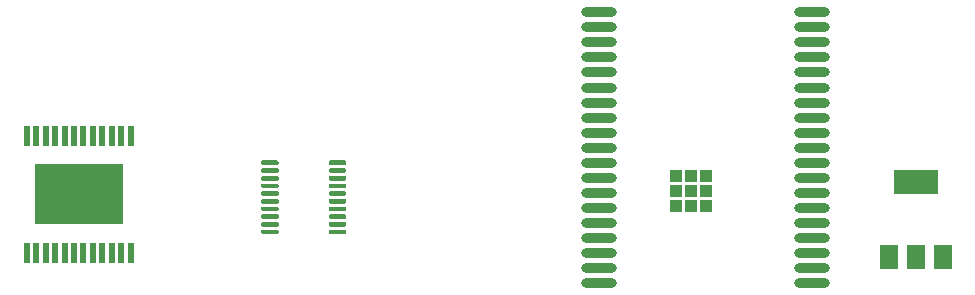
<source format=gbr>
%TF.GenerationSoftware,KiCad,Pcbnew,5.1.6-c6e7f7d~87~ubuntu20.04.1*%
%TF.CreationDate,2021-01-23T09:42:22-03:00*%
%TF.ProjectId,Modulo-completo,4d6f6475-6c6f-42d6-936f-6d706c65746f,rev?*%
%TF.SameCoordinates,Original*%
%TF.FileFunction,Paste,Bot*%
%TF.FilePolarity,Positive*%
%FSLAX46Y46*%
G04 Gerber Fmt 4.6, Leading zero omitted, Abs format (unit mm)*
G04 Created by KiCad (PCBNEW 5.1.6-c6e7f7d~87~ubuntu20.04.1) date 2021-01-23 09:42:22*
%MOMM*%
%LPD*%
G01*
G04 APERTURE LIST*
%ADD10R,0.600000X1.700000*%
%ADD11R,7.500000X5.200000*%
%ADD12R,1.500000X2.000000*%
%ADD13R,3.800000X2.000000*%
%ADD14O,3.000000X0.900000*%
%ADD15R,1.000000X1.000000*%
G04 APERTURE END LIST*
D10*
%TO.C,U1*%
X30398000Y-140314500D03*
X31198000Y-140314500D03*
X31998000Y-140314500D03*
X32798000Y-140314500D03*
X33598000Y-140314500D03*
X34398000Y-140314500D03*
X35198000Y-140314500D03*
X35998000Y-140314500D03*
X36798000Y-140314500D03*
X37598000Y-140314500D03*
X38398000Y-140314500D03*
X39198000Y-140314500D03*
X39198000Y-130449500D03*
X38398000Y-130449500D03*
X37598000Y-130449500D03*
X36798000Y-130449500D03*
X35998000Y-130449500D03*
X35198000Y-130449500D03*
X34398000Y-130449500D03*
X33598000Y-130449500D03*
X32798000Y-130449500D03*
X31998000Y-130449500D03*
X31198000Y-130449500D03*
D11*
X34798000Y-135382000D03*
D10*
X30398000Y-130449500D03*
%TD*%
%TO.C,U4*%
G36*
G01*
X55973000Y-138661000D02*
X55973000Y-138461000D01*
G75*
G02*
X56073000Y-138361000I100000J0D01*
G01*
X57348000Y-138361000D01*
G75*
G02*
X57448000Y-138461000I0J-100000D01*
G01*
X57448000Y-138661000D01*
G75*
G02*
X57348000Y-138761000I-100000J0D01*
G01*
X56073000Y-138761000D01*
G75*
G02*
X55973000Y-138661000I0J100000D01*
G01*
G37*
G36*
G01*
X55973000Y-138011000D02*
X55973000Y-137811000D01*
G75*
G02*
X56073000Y-137711000I100000J0D01*
G01*
X57348000Y-137711000D01*
G75*
G02*
X57448000Y-137811000I0J-100000D01*
G01*
X57448000Y-138011000D01*
G75*
G02*
X57348000Y-138111000I-100000J0D01*
G01*
X56073000Y-138111000D01*
G75*
G02*
X55973000Y-138011000I0J100000D01*
G01*
G37*
G36*
G01*
X55973000Y-137361000D02*
X55973000Y-137161000D01*
G75*
G02*
X56073000Y-137061000I100000J0D01*
G01*
X57348000Y-137061000D01*
G75*
G02*
X57448000Y-137161000I0J-100000D01*
G01*
X57448000Y-137361000D01*
G75*
G02*
X57348000Y-137461000I-100000J0D01*
G01*
X56073000Y-137461000D01*
G75*
G02*
X55973000Y-137361000I0J100000D01*
G01*
G37*
G36*
G01*
X55973000Y-136711000D02*
X55973000Y-136511000D01*
G75*
G02*
X56073000Y-136411000I100000J0D01*
G01*
X57348000Y-136411000D01*
G75*
G02*
X57448000Y-136511000I0J-100000D01*
G01*
X57448000Y-136711000D01*
G75*
G02*
X57348000Y-136811000I-100000J0D01*
G01*
X56073000Y-136811000D01*
G75*
G02*
X55973000Y-136711000I0J100000D01*
G01*
G37*
G36*
G01*
X55973000Y-136061000D02*
X55973000Y-135861000D01*
G75*
G02*
X56073000Y-135761000I100000J0D01*
G01*
X57348000Y-135761000D01*
G75*
G02*
X57448000Y-135861000I0J-100000D01*
G01*
X57448000Y-136061000D01*
G75*
G02*
X57348000Y-136161000I-100000J0D01*
G01*
X56073000Y-136161000D01*
G75*
G02*
X55973000Y-136061000I0J100000D01*
G01*
G37*
G36*
G01*
X55973000Y-135411000D02*
X55973000Y-135211000D01*
G75*
G02*
X56073000Y-135111000I100000J0D01*
G01*
X57348000Y-135111000D01*
G75*
G02*
X57448000Y-135211000I0J-100000D01*
G01*
X57448000Y-135411000D01*
G75*
G02*
X57348000Y-135511000I-100000J0D01*
G01*
X56073000Y-135511000D01*
G75*
G02*
X55973000Y-135411000I0J100000D01*
G01*
G37*
G36*
G01*
X55973000Y-134761000D02*
X55973000Y-134561000D01*
G75*
G02*
X56073000Y-134461000I100000J0D01*
G01*
X57348000Y-134461000D01*
G75*
G02*
X57448000Y-134561000I0J-100000D01*
G01*
X57448000Y-134761000D01*
G75*
G02*
X57348000Y-134861000I-100000J0D01*
G01*
X56073000Y-134861000D01*
G75*
G02*
X55973000Y-134761000I0J100000D01*
G01*
G37*
G36*
G01*
X55973000Y-134111000D02*
X55973000Y-133911000D01*
G75*
G02*
X56073000Y-133811000I100000J0D01*
G01*
X57348000Y-133811000D01*
G75*
G02*
X57448000Y-133911000I0J-100000D01*
G01*
X57448000Y-134111000D01*
G75*
G02*
X57348000Y-134211000I-100000J0D01*
G01*
X56073000Y-134211000D01*
G75*
G02*
X55973000Y-134111000I0J100000D01*
G01*
G37*
G36*
G01*
X55973000Y-133461000D02*
X55973000Y-133261000D01*
G75*
G02*
X56073000Y-133161000I100000J0D01*
G01*
X57348000Y-133161000D01*
G75*
G02*
X57448000Y-133261000I0J-100000D01*
G01*
X57448000Y-133461000D01*
G75*
G02*
X57348000Y-133561000I-100000J0D01*
G01*
X56073000Y-133561000D01*
G75*
G02*
X55973000Y-133461000I0J100000D01*
G01*
G37*
G36*
G01*
X55973000Y-132811000D02*
X55973000Y-132611000D01*
G75*
G02*
X56073000Y-132511000I100000J0D01*
G01*
X57348000Y-132511000D01*
G75*
G02*
X57448000Y-132611000I0J-100000D01*
G01*
X57448000Y-132811000D01*
G75*
G02*
X57348000Y-132911000I-100000J0D01*
G01*
X56073000Y-132911000D01*
G75*
G02*
X55973000Y-132811000I0J100000D01*
G01*
G37*
G36*
G01*
X50248000Y-132811000D02*
X50248000Y-132611000D01*
G75*
G02*
X50348000Y-132511000I100000J0D01*
G01*
X51623000Y-132511000D01*
G75*
G02*
X51723000Y-132611000I0J-100000D01*
G01*
X51723000Y-132811000D01*
G75*
G02*
X51623000Y-132911000I-100000J0D01*
G01*
X50348000Y-132911000D01*
G75*
G02*
X50248000Y-132811000I0J100000D01*
G01*
G37*
G36*
G01*
X50248000Y-133461000D02*
X50248000Y-133261000D01*
G75*
G02*
X50348000Y-133161000I100000J0D01*
G01*
X51623000Y-133161000D01*
G75*
G02*
X51723000Y-133261000I0J-100000D01*
G01*
X51723000Y-133461000D01*
G75*
G02*
X51623000Y-133561000I-100000J0D01*
G01*
X50348000Y-133561000D01*
G75*
G02*
X50248000Y-133461000I0J100000D01*
G01*
G37*
G36*
G01*
X50248000Y-134111000D02*
X50248000Y-133911000D01*
G75*
G02*
X50348000Y-133811000I100000J0D01*
G01*
X51623000Y-133811000D01*
G75*
G02*
X51723000Y-133911000I0J-100000D01*
G01*
X51723000Y-134111000D01*
G75*
G02*
X51623000Y-134211000I-100000J0D01*
G01*
X50348000Y-134211000D01*
G75*
G02*
X50248000Y-134111000I0J100000D01*
G01*
G37*
G36*
G01*
X50248000Y-134761000D02*
X50248000Y-134561000D01*
G75*
G02*
X50348000Y-134461000I100000J0D01*
G01*
X51623000Y-134461000D01*
G75*
G02*
X51723000Y-134561000I0J-100000D01*
G01*
X51723000Y-134761000D01*
G75*
G02*
X51623000Y-134861000I-100000J0D01*
G01*
X50348000Y-134861000D01*
G75*
G02*
X50248000Y-134761000I0J100000D01*
G01*
G37*
G36*
G01*
X50248000Y-135411000D02*
X50248000Y-135211000D01*
G75*
G02*
X50348000Y-135111000I100000J0D01*
G01*
X51623000Y-135111000D01*
G75*
G02*
X51723000Y-135211000I0J-100000D01*
G01*
X51723000Y-135411000D01*
G75*
G02*
X51623000Y-135511000I-100000J0D01*
G01*
X50348000Y-135511000D01*
G75*
G02*
X50248000Y-135411000I0J100000D01*
G01*
G37*
G36*
G01*
X50248000Y-136061000D02*
X50248000Y-135861000D01*
G75*
G02*
X50348000Y-135761000I100000J0D01*
G01*
X51623000Y-135761000D01*
G75*
G02*
X51723000Y-135861000I0J-100000D01*
G01*
X51723000Y-136061000D01*
G75*
G02*
X51623000Y-136161000I-100000J0D01*
G01*
X50348000Y-136161000D01*
G75*
G02*
X50248000Y-136061000I0J100000D01*
G01*
G37*
G36*
G01*
X50248000Y-136711000D02*
X50248000Y-136511000D01*
G75*
G02*
X50348000Y-136411000I100000J0D01*
G01*
X51623000Y-136411000D01*
G75*
G02*
X51723000Y-136511000I0J-100000D01*
G01*
X51723000Y-136711000D01*
G75*
G02*
X51623000Y-136811000I-100000J0D01*
G01*
X50348000Y-136811000D01*
G75*
G02*
X50248000Y-136711000I0J100000D01*
G01*
G37*
G36*
G01*
X50248000Y-137361000D02*
X50248000Y-137161000D01*
G75*
G02*
X50348000Y-137061000I100000J0D01*
G01*
X51623000Y-137061000D01*
G75*
G02*
X51723000Y-137161000I0J-100000D01*
G01*
X51723000Y-137361000D01*
G75*
G02*
X51623000Y-137461000I-100000J0D01*
G01*
X50348000Y-137461000D01*
G75*
G02*
X50248000Y-137361000I0J100000D01*
G01*
G37*
G36*
G01*
X50248000Y-138011000D02*
X50248000Y-137811000D01*
G75*
G02*
X50348000Y-137711000I100000J0D01*
G01*
X51623000Y-137711000D01*
G75*
G02*
X51723000Y-137811000I0J-100000D01*
G01*
X51723000Y-138011000D01*
G75*
G02*
X51623000Y-138111000I-100000J0D01*
G01*
X50348000Y-138111000D01*
G75*
G02*
X50248000Y-138011000I0J100000D01*
G01*
G37*
G36*
G01*
X50248000Y-138661000D02*
X50248000Y-138461000D01*
G75*
G02*
X50348000Y-138361000I100000J0D01*
G01*
X51623000Y-138361000D01*
G75*
G02*
X51723000Y-138461000I0J-100000D01*
G01*
X51723000Y-138661000D01*
G75*
G02*
X51623000Y-138761000I-100000J0D01*
G01*
X50348000Y-138761000D01*
G75*
G02*
X50248000Y-138661000I0J100000D01*
G01*
G37*
%TD*%
D12*
%TO.C,U3*%
X107964000Y-140666000D03*
X103364000Y-140666000D03*
X105664000Y-140666000D03*
D13*
X105664000Y-134366000D03*
%TD*%
D14*
%TO.C,U2*%
X96914000Y-142854000D03*
X96914000Y-141584000D03*
X96914000Y-140314000D03*
X96914000Y-139044000D03*
X96914000Y-137774000D03*
X96914000Y-136504000D03*
X96914000Y-135234000D03*
X96914000Y-133964000D03*
X96914000Y-132694000D03*
X96914000Y-131424000D03*
X96914000Y-130154000D03*
X96914000Y-128884000D03*
X96914000Y-127614000D03*
X96914000Y-126344000D03*
X96884000Y-125044000D03*
X96884000Y-123774000D03*
X96884000Y-122504000D03*
X96884000Y-121234000D03*
X96884000Y-119964000D03*
X78884000Y-119964000D03*
X78884000Y-121234000D03*
X78884000Y-122504000D03*
X78884000Y-123774000D03*
X78884000Y-125044000D03*
X78884000Y-126344000D03*
X78884000Y-127614000D03*
X78884000Y-128884000D03*
X78884000Y-130154000D03*
X78884000Y-131424000D03*
X78884000Y-132694000D03*
X78884000Y-133964000D03*
X78884000Y-135234000D03*
X78884000Y-136504000D03*
X78884000Y-137774000D03*
X78884000Y-139044000D03*
X78884000Y-140314000D03*
X78884000Y-141584000D03*
X78884000Y-142854000D03*
D15*
X87884000Y-136398000D03*
X86614000Y-136398000D03*
X85344000Y-136398000D03*
X85344000Y-135128000D03*
X86614000Y-135128000D03*
X87884000Y-135128000D03*
X87884000Y-133858000D03*
X86614000Y-133858000D03*
X85344000Y-133858000D03*
%TD*%
M02*

</source>
